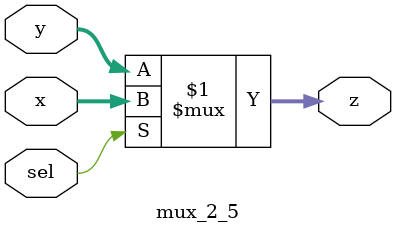
<source format=v>
`timescale 1ns / 1ps


module mux_2_5 (
    input [5:0]x,
    input [5:0]y,
    input sel,
    output [5:0]z
);
    assign z = sel ? x : y; 
endmodule

</source>
